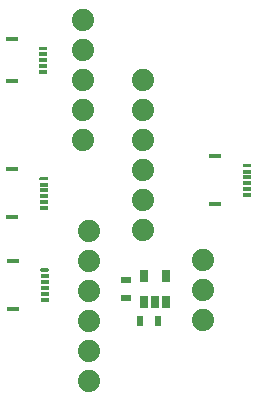
<source format=gbr>
G04 #@! TF.GenerationSoftware,KiCad,Pcbnew,(5.1.6)-1*
G04 #@! TF.CreationDate,2020-08-30T21:35:49+02:00*
G04 #@! TF.ProjectId,Freude_BreakoutBoard,46726575-6465-45f4-9272-65616b6f7574,rev?*
G04 #@! TF.SameCoordinates,Original*
G04 #@! TF.FileFunction,Paste,Top*
G04 #@! TF.FilePolarity,Positive*
%FSLAX46Y46*%
G04 Gerber Fmt 4.6, Leading zero omitted, Abs format (unit mm)*
G04 Created by KiCad (PCBNEW (5.1.6)-1) date 2020-08-30 21:35:49*
%MOMM*%
%LPD*%
G01*
G04 APERTURE LIST*
%ADD10R,0.700000X0.300000*%
%ADD11R,1.000000X0.300000*%
%ADD12R,0.500000X0.900000*%
%ADD13R,0.900000X0.500000*%
%ADD14C,1.879600*%
%ADD15R,0.650000X1.060000*%
G04 APERTURE END LIST*
G36*
G01*
X168495000Y-79230000D02*
X169045000Y-79230000D01*
G75*
G02*
X169120000Y-79305000I0J-75000D01*
G01*
X169120000Y-79455000D01*
G75*
G02*
X169045000Y-79530000I-75000J0D01*
G01*
X168495000Y-79530000D01*
G75*
G02*
X168420000Y-79455000I0J75000D01*
G01*
X168420000Y-79305000D01*
G75*
G02*
X168495000Y-79230000I75000J0D01*
G01*
G37*
D10*
X168770000Y-79880000D03*
X168770000Y-80380000D03*
X168770000Y-80880000D03*
D11*
X166120000Y-78590000D03*
X166120000Y-82670000D03*
D10*
X168770000Y-81380000D03*
X168770000Y-81880000D03*
G36*
G01*
X151295000Y-80330000D02*
X151845000Y-80330000D01*
G75*
G02*
X151920000Y-80405000I0J-75000D01*
G01*
X151920000Y-80555000D01*
G75*
G02*
X151845000Y-80630000I-75000J0D01*
G01*
X151295000Y-80630000D01*
G75*
G02*
X151220000Y-80555000I0J75000D01*
G01*
X151220000Y-80405000D01*
G75*
G02*
X151295000Y-80330000I75000J0D01*
G01*
G37*
X151570000Y-80980000D03*
X151570000Y-81480000D03*
X151570000Y-81980000D03*
D11*
X148920000Y-79690000D03*
X148920000Y-83770000D03*
D10*
X151570000Y-82480000D03*
X151570000Y-82980000D03*
D11*
X148895000Y-72245000D03*
X148895000Y-68665000D03*
D10*
X151545000Y-71455000D03*
X151545000Y-70955000D03*
X151545000Y-70455000D03*
X151545000Y-69955000D03*
G36*
G01*
X151270000Y-69305000D02*
X151820000Y-69305000D01*
G75*
G02*
X151895000Y-69380000I0J-75000D01*
G01*
X151895000Y-69530000D01*
G75*
G02*
X151820000Y-69605000I-75000J0D01*
G01*
X151270000Y-69605000D01*
G75*
G02*
X151195000Y-69530000I0J75000D01*
G01*
X151195000Y-69380000D01*
G75*
G02*
X151270000Y-69305000I75000J0D01*
G01*
G37*
D12*
X159745000Y-92530000D03*
X161245000Y-92530000D03*
D13*
X158520000Y-90555000D03*
X158520000Y-89055000D03*
D14*
X165095000Y-87380000D03*
X165095000Y-89920000D03*
X165095000Y-92460000D03*
X159995000Y-72130000D03*
X159995000Y-74670000D03*
X159995000Y-77210000D03*
X159995000Y-79750000D03*
X159995000Y-82290000D03*
X159995000Y-84830000D03*
X154895000Y-67055000D03*
X154895000Y-69595000D03*
X154895000Y-72135000D03*
X154895000Y-74675000D03*
X154895000Y-77215000D03*
D15*
X160070000Y-90905000D03*
X161020000Y-90905000D03*
X161970000Y-90905000D03*
X161970000Y-88705000D03*
X160070000Y-88705000D03*
D10*
X151650000Y-90730000D03*
X151650000Y-90230000D03*
D11*
X149000000Y-91520000D03*
X149000000Y-87440000D03*
D10*
X151650000Y-89730000D03*
X151650000Y-89230000D03*
X151650000Y-88730000D03*
G36*
G01*
X151375000Y-88080000D02*
X151925000Y-88080000D01*
G75*
G02*
X152000000Y-88155000I0J-75000D01*
G01*
X152000000Y-88305000D01*
G75*
G02*
X151925000Y-88380000I-75000J0D01*
G01*
X151375000Y-88380000D01*
G75*
G02*
X151300000Y-88305000I0J75000D01*
G01*
X151300000Y-88155000D01*
G75*
G02*
X151375000Y-88080000I75000J0D01*
G01*
G37*
D14*
X155440000Y-84940000D03*
X155440000Y-87480000D03*
X155440000Y-90020000D03*
X155440000Y-92560000D03*
X155440000Y-95100000D03*
X155440000Y-97640000D03*
M02*

</source>
